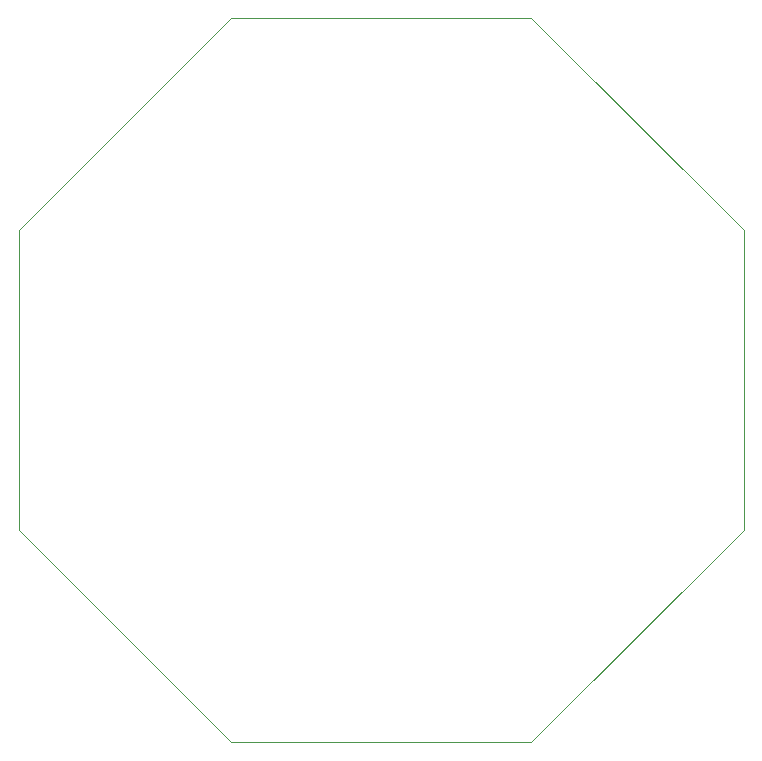
<source format=gbr>
%TF.GenerationSoftware,KiCad,Pcbnew,7.0.1*%
%TF.CreationDate,2023-03-27T17:03:58-04:00*%
%TF.ProjectId,cyton wired,6379746f-6e20-4776-9972-65642e6b6963,rev?*%
%TF.SameCoordinates,Original*%
%TF.FileFunction,Profile,NP*%
%FSLAX46Y46*%
G04 Gerber Fmt 4.6, Leading zero omitted, Abs format (unit mm)*
G04 Created by KiCad (PCBNEW 7.0.1) date 2023-03-27 17:03:58*
%MOMM*%
%LPD*%
G01*
G04 APERTURE LIST*
%TA.AperFunction,Profile*%
%ADD10C,0.101600*%
%TD*%
G04 APERTURE END LIST*
D10*
X170357800Y-94183200D02*
X170357800Y-119557800D01*
X152374600Y-137541000D01*
X126949200Y-137541000D01*
X108991400Y-119583200D01*
X108991400Y-94208600D01*
X126974600Y-76225400D01*
X152400000Y-76225400D01*
X170357800Y-94183200D01*
M02*

</source>
